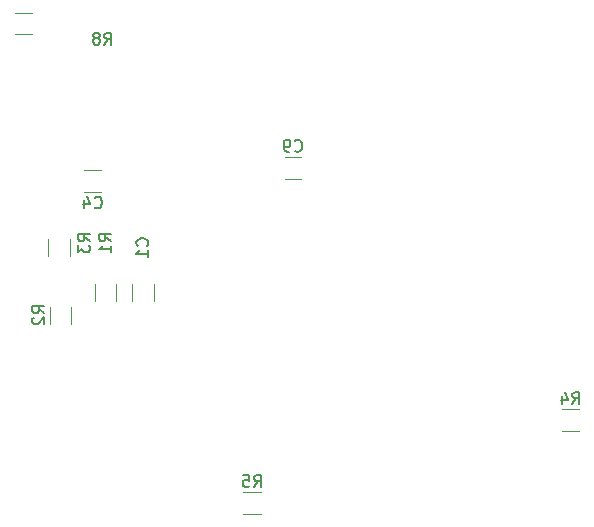
<source format=gbr>
%TF.GenerationSoftware,KiCad,Pcbnew,8.0.9*%
%TF.CreationDate,2025-04-23T13:20:28+02:00*%
%TF.ProjectId,Dijous_D_Combustible,44696a6f-7573-45f4-945f-436f6d627573,rev?*%
%TF.SameCoordinates,Original*%
%TF.FileFunction,Legend,Bot*%
%TF.FilePolarity,Positive*%
%FSLAX46Y46*%
G04 Gerber Fmt 4.6, Leading zero omitted, Abs format (unit mm)*
G04 Created by KiCad (PCBNEW 8.0.9) date 2025-04-23 13:20:28*
%MOMM*%
%LPD*%
G01*
G04 APERTURE LIST*
%ADD10C,0.150000*%
%ADD11C,0.120000*%
G04 APERTURE END LIST*
D10*
X148502666Y-78686819D02*
X148835999Y-78210628D01*
X149074094Y-78686819D02*
X149074094Y-77686819D01*
X149074094Y-77686819D02*
X148693142Y-77686819D01*
X148693142Y-77686819D02*
X148597904Y-77734438D01*
X148597904Y-77734438D02*
X148550285Y-77782057D01*
X148550285Y-77782057D02*
X148502666Y-77877295D01*
X148502666Y-77877295D02*
X148502666Y-78020152D01*
X148502666Y-78020152D02*
X148550285Y-78115390D01*
X148550285Y-78115390D02*
X148597904Y-78163009D01*
X148597904Y-78163009D02*
X148693142Y-78210628D01*
X148693142Y-78210628D02*
X149074094Y-78210628D01*
X147931237Y-78115390D02*
X148026475Y-78067771D01*
X148026475Y-78067771D02*
X148074094Y-78020152D01*
X148074094Y-78020152D02*
X148121713Y-77924914D01*
X148121713Y-77924914D02*
X148121713Y-77877295D01*
X148121713Y-77877295D02*
X148074094Y-77782057D01*
X148074094Y-77782057D02*
X148026475Y-77734438D01*
X148026475Y-77734438D02*
X147931237Y-77686819D01*
X147931237Y-77686819D02*
X147740761Y-77686819D01*
X147740761Y-77686819D02*
X147645523Y-77734438D01*
X147645523Y-77734438D02*
X147597904Y-77782057D01*
X147597904Y-77782057D02*
X147550285Y-77877295D01*
X147550285Y-77877295D02*
X147550285Y-77924914D01*
X147550285Y-77924914D02*
X147597904Y-78020152D01*
X147597904Y-78020152D02*
X147645523Y-78067771D01*
X147645523Y-78067771D02*
X147740761Y-78115390D01*
X147740761Y-78115390D02*
X147931237Y-78115390D01*
X147931237Y-78115390D02*
X148026475Y-78163009D01*
X148026475Y-78163009D02*
X148074094Y-78210628D01*
X148074094Y-78210628D02*
X148121713Y-78305866D01*
X148121713Y-78305866D02*
X148121713Y-78496342D01*
X148121713Y-78496342D02*
X148074094Y-78591580D01*
X148074094Y-78591580D02*
X148026475Y-78639200D01*
X148026475Y-78639200D02*
X147931237Y-78686819D01*
X147931237Y-78686819D02*
X147740761Y-78686819D01*
X147740761Y-78686819D02*
X147645523Y-78639200D01*
X147645523Y-78639200D02*
X147597904Y-78591580D01*
X147597904Y-78591580D02*
X147550285Y-78496342D01*
X147550285Y-78496342D02*
X147550285Y-78305866D01*
X147550285Y-78305866D02*
X147597904Y-78210628D01*
X147597904Y-78210628D02*
X147645523Y-78163009D01*
X147645523Y-78163009D02*
X147740761Y-78115390D01*
X149044819Y-95337333D02*
X148568628Y-95004000D01*
X149044819Y-94765905D02*
X148044819Y-94765905D01*
X148044819Y-94765905D02*
X148044819Y-95146857D01*
X148044819Y-95146857D02*
X148092438Y-95242095D01*
X148092438Y-95242095D02*
X148140057Y-95289714D01*
X148140057Y-95289714D02*
X148235295Y-95337333D01*
X148235295Y-95337333D02*
X148378152Y-95337333D01*
X148378152Y-95337333D02*
X148473390Y-95289714D01*
X148473390Y-95289714D02*
X148521009Y-95242095D01*
X148521009Y-95242095D02*
X148568628Y-95146857D01*
X148568628Y-95146857D02*
X148568628Y-94765905D01*
X149044819Y-96289714D02*
X149044819Y-95718286D01*
X149044819Y-96004000D02*
X148044819Y-96004000D01*
X148044819Y-96004000D02*
X148187676Y-95908762D01*
X148187676Y-95908762D02*
X148282914Y-95813524D01*
X148282914Y-95813524D02*
X148330533Y-95718286D01*
X188126666Y-109124819D02*
X188459999Y-108648628D01*
X188698094Y-109124819D02*
X188698094Y-108124819D01*
X188698094Y-108124819D02*
X188317142Y-108124819D01*
X188317142Y-108124819D02*
X188221904Y-108172438D01*
X188221904Y-108172438D02*
X188174285Y-108220057D01*
X188174285Y-108220057D02*
X188126666Y-108315295D01*
X188126666Y-108315295D02*
X188126666Y-108458152D01*
X188126666Y-108458152D02*
X188174285Y-108553390D01*
X188174285Y-108553390D02*
X188221904Y-108601009D01*
X188221904Y-108601009D02*
X188317142Y-108648628D01*
X188317142Y-108648628D02*
X188698094Y-108648628D01*
X187269523Y-108458152D02*
X187269523Y-109124819D01*
X187507618Y-108077200D02*
X187745713Y-108791485D01*
X187745713Y-108791485D02*
X187126666Y-108791485D01*
X147666666Y-92459580D02*
X147714285Y-92507200D01*
X147714285Y-92507200D02*
X147857142Y-92554819D01*
X147857142Y-92554819D02*
X147952380Y-92554819D01*
X147952380Y-92554819D02*
X148095237Y-92507200D01*
X148095237Y-92507200D02*
X148190475Y-92411961D01*
X148190475Y-92411961D02*
X148238094Y-92316723D01*
X148238094Y-92316723D02*
X148285713Y-92126247D01*
X148285713Y-92126247D02*
X148285713Y-91983390D01*
X148285713Y-91983390D02*
X148238094Y-91792914D01*
X148238094Y-91792914D02*
X148190475Y-91697676D01*
X148190475Y-91697676D02*
X148095237Y-91602438D01*
X148095237Y-91602438D02*
X147952380Y-91554819D01*
X147952380Y-91554819D02*
X147857142Y-91554819D01*
X147857142Y-91554819D02*
X147714285Y-91602438D01*
X147714285Y-91602438D02*
X147666666Y-91650057D01*
X146809523Y-91888152D02*
X146809523Y-92554819D01*
X147047618Y-91507200D02*
X147285713Y-92221485D01*
X147285713Y-92221485D02*
X146666666Y-92221485D01*
X152124580Y-95718333D02*
X152172200Y-95670714D01*
X152172200Y-95670714D02*
X152219819Y-95527857D01*
X152219819Y-95527857D02*
X152219819Y-95432619D01*
X152219819Y-95432619D02*
X152172200Y-95289762D01*
X152172200Y-95289762D02*
X152076961Y-95194524D01*
X152076961Y-95194524D02*
X151981723Y-95146905D01*
X151981723Y-95146905D02*
X151791247Y-95099286D01*
X151791247Y-95099286D02*
X151648390Y-95099286D01*
X151648390Y-95099286D02*
X151457914Y-95146905D01*
X151457914Y-95146905D02*
X151362676Y-95194524D01*
X151362676Y-95194524D02*
X151267438Y-95289762D01*
X151267438Y-95289762D02*
X151219819Y-95432619D01*
X151219819Y-95432619D02*
X151219819Y-95527857D01*
X151219819Y-95527857D02*
X151267438Y-95670714D01*
X151267438Y-95670714D02*
X151315057Y-95718333D01*
X152219819Y-96670714D02*
X152219819Y-96099286D01*
X152219819Y-96385000D02*
X151219819Y-96385000D01*
X151219819Y-96385000D02*
X151362676Y-96289762D01*
X151362676Y-96289762D02*
X151457914Y-96194524D01*
X151457914Y-96194524D02*
X151505533Y-96099286D01*
X161166666Y-116134819D02*
X161499999Y-115658628D01*
X161738094Y-116134819D02*
X161738094Y-115134819D01*
X161738094Y-115134819D02*
X161357142Y-115134819D01*
X161357142Y-115134819D02*
X161261904Y-115182438D01*
X161261904Y-115182438D02*
X161214285Y-115230057D01*
X161214285Y-115230057D02*
X161166666Y-115325295D01*
X161166666Y-115325295D02*
X161166666Y-115468152D01*
X161166666Y-115468152D02*
X161214285Y-115563390D01*
X161214285Y-115563390D02*
X161261904Y-115611009D01*
X161261904Y-115611009D02*
X161357142Y-115658628D01*
X161357142Y-115658628D02*
X161738094Y-115658628D01*
X160261904Y-115134819D02*
X160738094Y-115134819D01*
X160738094Y-115134819D02*
X160785713Y-115611009D01*
X160785713Y-115611009D02*
X160738094Y-115563390D01*
X160738094Y-115563390D02*
X160642856Y-115515771D01*
X160642856Y-115515771D02*
X160404761Y-115515771D01*
X160404761Y-115515771D02*
X160309523Y-115563390D01*
X160309523Y-115563390D02*
X160261904Y-115611009D01*
X160261904Y-115611009D02*
X160214285Y-115706247D01*
X160214285Y-115706247D02*
X160214285Y-115944342D01*
X160214285Y-115944342D02*
X160261904Y-116039580D01*
X160261904Y-116039580D02*
X160309523Y-116087200D01*
X160309523Y-116087200D02*
X160404761Y-116134819D01*
X160404761Y-116134819D02*
X160642856Y-116134819D01*
X160642856Y-116134819D02*
X160738094Y-116087200D01*
X160738094Y-116087200D02*
X160785713Y-116039580D01*
X164631666Y-87663580D02*
X164679285Y-87711200D01*
X164679285Y-87711200D02*
X164822142Y-87758819D01*
X164822142Y-87758819D02*
X164917380Y-87758819D01*
X164917380Y-87758819D02*
X165060237Y-87711200D01*
X165060237Y-87711200D02*
X165155475Y-87615961D01*
X165155475Y-87615961D02*
X165203094Y-87520723D01*
X165203094Y-87520723D02*
X165250713Y-87330247D01*
X165250713Y-87330247D02*
X165250713Y-87187390D01*
X165250713Y-87187390D02*
X165203094Y-86996914D01*
X165203094Y-86996914D02*
X165155475Y-86901676D01*
X165155475Y-86901676D02*
X165060237Y-86806438D01*
X165060237Y-86806438D02*
X164917380Y-86758819D01*
X164917380Y-86758819D02*
X164822142Y-86758819D01*
X164822142Y-86758819D02*
X164679285Y-86806438D01*
X164679285Y-86806438D02*
X164631666Y-86854057D01*
X164155475Y-87758819D02*
X163964999Y-87758819D01*
X163964999Y-87758819D02*
X163869761Y-87711200D01*
X163869761Y-87711200D02*
X163822142Y-87663580D01*
X163822142Y-87663580D02*
X163726904Y-87520723D01*
X163726904Y-87520723D02*
X163679285Y-87330247D01*
X163679285Y-87330247D02*
X163679285Y-86949295D01*
X163679285Y-86949295D02*
X163726904Y-86854057D01*
X163726904Y-86854057D02*
X163774523Y-86806438D01*
X163774523Y-86806438D02*
X163869761Y-86758819D01*
X163869761Y-86758819D02*
X164060237Y-86758819D01*
X164060237Y-86758819D02*
X164155475Y-86806438D01*
X164155475Y-86806438D02*
X164203094Y-86854057D01*
X164203094Y-86854057D02*
X164250713Y-86949295D01*
X164250713Y-86949295D02*
X164250713Y-87187390D01*
X164250713Y-87187390D02*
X164203094Y-87282628D01*
X164203094Y-87282628D02*
X164155475Y-87330247D01*
X164155475Y-87330247D02*
X164060237Y-87377866D01*
X164060237Y-87377866D02*
X163869761Y-87377866D01*
X163869761Y-87377866D02*
X163774523Y-87330247D01*
X163774523Y-87330247D02*
X163726904Y-87282628D01*
X163726904Y-87282628D02*
X163679285Y-87187390D01*
X143414819Y-101433333D02*
X142938628Y-101100000D01*
X143414819Y-100861905D02*
X142414819Y-100861905D01*
X142414819Y-100861905D02*
X142414819Y-101242857D01*
X142414819Y-101242857D02*
X142462438Y-101338095D01*
X142462438Y-101338095D02*
X142510057Y-101385714D01*
X142510057Y-101385714D02*
X142605295Y-101433333D01*
X142605295Y-101433333D02*
X142748152Y-101433333D01*
X142748152Y-101433333D02*
X142843390Y-101385714D01*
X142843390Y-101385714D02*
X142891009Y-101338095D01*
X142891009Y-101338095D02*
X142938628Y-101242857D01*
X142938628Y-101242857D02*
X142938628Y-100861905D01*
X142510057Y-101814286D02*
X142462438Y-101861905D01*
X142462438Y-101861905D02*
X142414819Y-101957143D01*
X142414819Y-101957143D02*
X142414819Y-102195238D01*
X142414819Y-102195238D02*
X142462438Y-102290476D01*
X142462438Y-102290476D02*
X142510057Y-102338095D01*
X142510057Y-102338095D02*
X142605295Y-102385714D01*
X142605295Y-102385714D02*
X142700533Y-102385714D01*
X142700533Y-102385714D02*
X142843390Y-102338095D01*
X142843390Y-102338095D02*
X143414819Y-101766667D01*
X143414819Y-101766667D02*
X143414819Y-102385714D01*
X147266819Y-95337333D02*
X146790628Y-95004000D01*
X147266819Y-94765905D02*
X146266819Y-94765905D01*
X146266819Y-94765905D02*
X146266819Y-95146857D01*
X146266819Y-95146857D02*
X146314438Y-95242095D01*
X146314438Y-95242095D02*
X146362057Y-95289714D01*
X146362057Y-95289714D02*
X146457295Y-95337333D01*
X146457295Y-95337333D02*
X146600152Y-95337333D01*
X146600152Y-95337333D02*
X146695390Y-95289714D01*
X146695390Y-95289714D02*
X146743009Y-95242095D01*
X146743009Y-95242095D02*
X146790628Y-95146857D01*
X146790628Y-95146857D02*
X146790628Y-94765905D01*
X146266819Y-95670667D02*
X146266819Y-96289714D01*
X146266819Y-96289714D02*
X146647771Y-95956381D01*
X146647771Y-95956381D02*
X146647771Y-96099238D01*
X146647771Y-96099238D02*
X146695390Y-96194476D01*
X146695390Y-96194476D02*
X146743009Y-96242095D01*
X146743009Y-96242095D02*
X146838247Y-96289714D01*
X146838247Y-96289714D02*
X147076342Y-96289714D01*
X147076342Y-96289714D02*
X147171580Y-96242095D01*
X147171580Y-96242095D02*
X147219200Y-96194476D01*
X147219200Y-96194476D02*
X147266819Y-96099238D01*
X147266819Y-96099238D02*
X147266819Y-95813524D01*
X147266819Y-95813524D02*
X147219200Y-95718286D01*
X147219200Y-95718286D02*
X147171580Y-95670667D01*
D11*
%TO.C,R8*%
X140921936Y-76001000D02*
X142376064Y-76001000D01*
X140921936Y-77821000D02*
X142376064Y-77821000D01*
%TO.C,R1*%
X147680000Y-98967936D02*
X147680000Y-100422064D01*
X149500000Y-98967936D02*
X149500000Y-100422064D01*
%TO.C,R4*%
X187232936Y-109580000D02*
X188687064Y-109580000D01*
X187232936Y-111400000D02*
X188687064Y-111400000D01*
%TO.C,C4*%
X148211252Y-89340000D02*
X146788748Y-89340000D01*
X148211252Y-91160000D02*
X146788748Y-91160000D01*
%TO.C,C1*%
X150855000Y-100406252D02*
X150855000Y-98983748D01*
X152675000Y-100406252D02*
X152675000Y-98983748D01*
%TO.C,R5*%
X160272936Y-116590000D02*
X161727064Y-116590000D01*
X160272936Y-118410000D02*
X161727064Y-118410000D01*
%TO.C,C9*%
X163753748Y-88244000D02*
X165176252Y-88244000D01*
X163753748Y-90064000D02*
X165176252Y-90064000D01*
%TO.C,R2*%
X143870000Y-102327064D02*
X143870000Y-100872936D01*
X145690000Y-102327064D02*
X145690000Y-100872936D01*
%TO.C,R3*%
X143743000Y-96612064D02*
X143743000Y-95157936D01*
X145563000Y-96612064D02*
X145563000Y-95157936D01*
%TD*%
M02*

</source>
